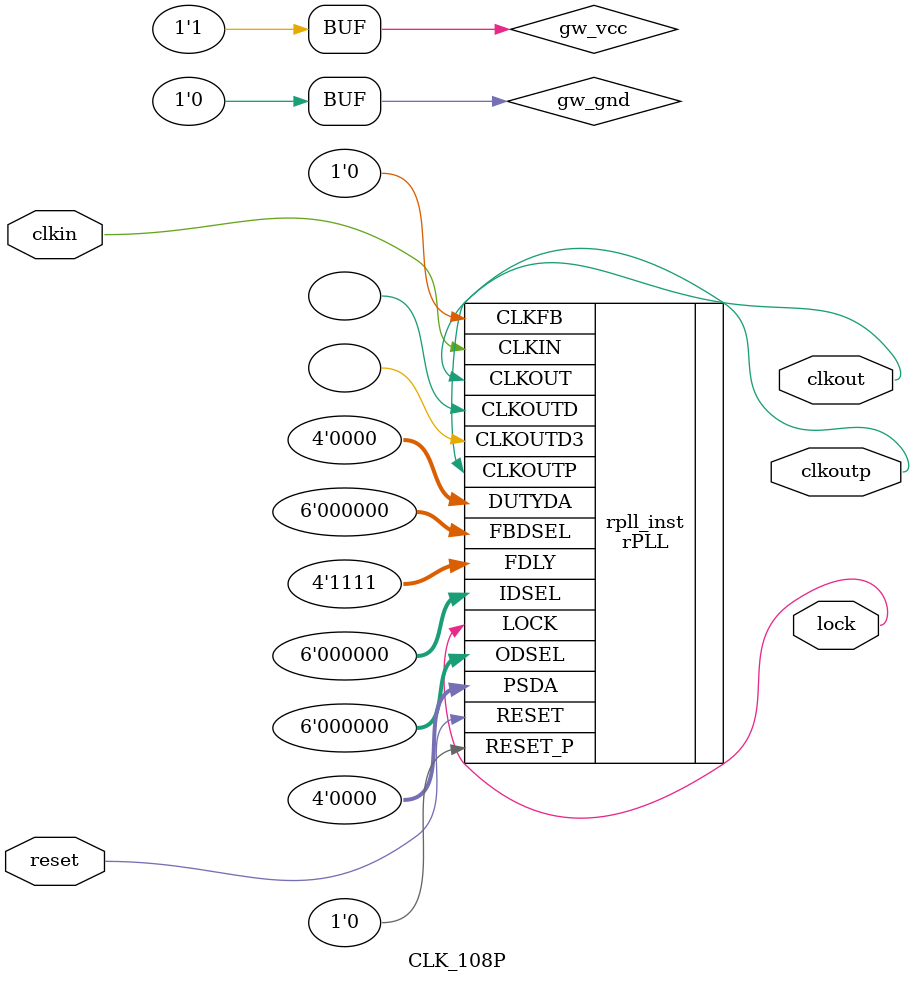
<source format=v>

module CLK_108P (
    clkout,
    lock,
    clkoutp,
    reset,
    clkin
);

  output clkout;
  output lock;
  output clkoutp;
  input reset;
  input clkin;

  wire gw_vcc;
  wire gw_gnd;

  assign gw_vcc = 1'b1;
  assign gw_gnd = 1'b0;

  rPLL rpll_inst (
      .CLKOUT(clkout),
      .LOCK(lock),
      .CLKOUTP(clkoutp),
      .CLKOUTD(),
      .CLKOUTD3(),
      .RESET(reset),
      .RESET_P(gw_gnd),
      .CLKIN(clkin),
      .CLKFB(gw_gnd),
      .FBDSEL({gw_gnd, gw_gnd, gw_gnd, gw_gnd, gw_gnd, gw_gnd}),
      .IDSEL({gw_gnd, gw_gnd, gw_gnd, gw_gnd, gw_gnd, gw_gnd}),
      .ODSEL({gw_gnd, gw_gnd, gw_gnd, gw_gnd, gw_gnd, gw_gnd}),
      .PSDA({gw_gnd, gw_gnd, gw_gnd, gw_gnd}),
      .DUTYDA({gw_gnd, gw_gnd, gw_gnd, gw_gnd}),
      .FDLY({gw_vcc, gw_vcc, gw_vcc, gw_vcc})
  );

  defparam rpll_inst.FCLKIN = "27";
  defparam rpll_inst.DYN_IDIV_SEL = "false";
  defparam rpll_inst.IDIV_SEL = 0;
  defparam rpll_inst.DYN_FBDIV_SEL = "false";
  defparam rpll_inst.FBDIV_SEL = 3;
  defparam rpll_inst.DYN_ODIV_SEL = "false";
  defparam rpll_inst.ODIV_SEL = 8;
  defparam rpll_inst.PSDA_SEL = "1000";
  defparam rpll_inst.DYN_DA_EN = "false";
  defparam rpll_inst.DUTYDA_SEL = "1000";
  defparam rpll_inst.CLKOUT_FT_DIR = 1'b1;
  defparam rpll_inst.CLKOUTP_FT_DIR = 1'b1;
  defparam rpll_inst.CLKOUT_DLY_STEP = 0;
  defparam rpll_inst.CLKOUTP_DLY_STEP = 0;
  defparam rpll_inst.CLKFB_SEL = "internal";
  defparam rpll_inst.CLKOUT_BYPASS = "false";
  defparam rpll_inst.CLKOUTP_BYPASS = "false";
  defparam rpll_inst.CLKOUTD_BYPASS = "false";
  defparam rpll_inst.DYN_SDIV_SEL = 2;
  defparam rpll_inst.CLKOUTD_SRC = "CLKOUT";
  defparam rpll_inst.CLKOUTD3_SRC = "CLKOUT";
  defparam rpll_inst.DEVICE = "GW2AR-18C";

endmodule

</source>
